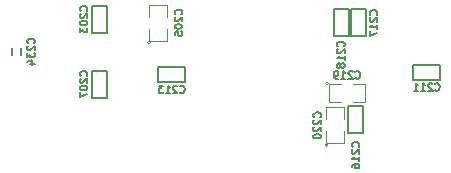
<source format=gbo>
G04 #@! TF.FileFunction,Legend,Bot*
%FSLAX46Y46*%
G04 Gerber Fmt 4.6, Leading zero omitted, Abs format (unit mm)*
G04 Created by KiCad (PCBNEW 4.0.7) date 12/26/17 18:21:05*
%MOMM*%
%LPD*%
G01*
G04 APERTURE LIST*
%ADD10C,0.100000*%
%ADD11C,0.127000*%
%ADD12C,0.099060*%
%ADD13C,0.150000*%
G04 APERTURE END LIST*
D10*
D11*
X109865000Y-91357000D02*
X109865000Y-93643000D01*
X109865000Y-93643000D02*
X111135000Y-93643000D01*
X111135000Y-93643000D02*
X111135000Y-91357000D01*
X111135000Y-91357000D02*
X109865000Y-91357000D01*
D12*
X114865000Y-94448500D02*
G75*
G03X114865000Y-94448500I-127000J0D01*
G01*
X114738000Y-93305500D02*
X114738000Y-94321500D01*
X114738000Y-94321500D02*
X116262000Y-94321500D01*
X116262000Y-94321500D02*
X116262000Y-93305500D01*
X116262000Y-92289500D02*
X116262000Y-91273500D01*
X116262000Y-91273500D02*
X114738000Y-91273500D01*
X114738000Y-91273500D02*
X114738000Y-92289500D01*
D11*
X109865000Y-96857000D02*
X109865000Y-99143000D01*
X109865000Y-99143000D02*
X111135000Y-99143000D01*
X111135000Y-99143000D02*
X111135000Y-96857000D01*
X111135000Y-96857000D02*
X109865000Y-96857000D01*
X137095000Y-97635000D02*
X139381000Y-97635000D01*
X139381000Y-97635000D02*
X139381000Y-96365000D01*
X139381000Y-96365000D02*
X137095000Y-96365000D01*
X137095000Y-96365000D02*
X137095000Y-97635000D01*
X115495000Y-97835000D02*
X117781000Y-97835000D01*
X117781000Y-97835000D02*
X117781000Y-96565000D01*
X117781000Y-96565000D02*
X115495000Y-96565000D01*
X115495000Y-96565000D02*
X115495000Y-97835000D01*
X131615000Y-99857000D02*
X131615000Y-102143000D01*
X131615000Y-102143000D02*
X132885000Y-102143000D01*
X132885000Y-102143000D02*
X132885000Y-99857000D01*
X132885000Y-99857000D02*
X131615000Y-99857000D01*
X133135000Y-93968876D02*
X133135000Y-91682876D01*
X133135000Y-91682876D02*
X131865000Y-91682876D01*
X131865000Y-91682876D02*
X131865000Y-93968876D01*
X131865000Y-93968876D02*
X133135000Y-93968876D01*
X131635000Y-93968876D02*
X131635000Y-91682876D01*
X131635000Y-91682876D02*
X130365000Y-91682876D01*
X130365000Y-91682876D02*
X130365000Y-93968876D01*
X130365000Y-93968876D02*
X131635000Y-93968876D01*
D12*
X129928500Y-97988000D02*
G75*
G03X129928500Y-97988000I-127000J0D01*
G01*
X130944500Y-97988000D02*
X129928500Y-97988000D01*
X129928500Y-97988000D02*
X129928500Y-99512000D01*
X129928500Y-99512000D02*
X130944500Y-99512000D01*
X131960500Y-99512000D02*
X132976500Y-99512000D01*
X132976500Y-99512000D02*
X132976500Y-97988000D01*
X132976500Y-97988000D02*
X131960500Y-97988000D01*
X129865000Y-103151000D02*
G75*
G03X129865000Y-103151000I-127000J0D01*
G01*
X129738000Y-102008000D02*
X129738000Y-103024000D01*
X129738000Y-103024000D02*
X131262000Y-103024000D01*
X131262000Y-103024000D02*
X131262000Y-102008000D01*
X131262000Y-100992000D02*
X131262000Y-99976000D01*
X131262000Y-99976000D02*
X129738000Y-99976000D01*
X129738000Y-99976000D02*
X129738000Y-100992000D01*
D13*
X103900000Y-95450000D02*
X103900000Y-95550000D01*
X103100000Y-95450000D02*
X103100000Y-95550000D01*
X103900000Y-94950000D02*
X103900000Y-95450000D01*
X103100000Y-94950000D02*
X103100000Y-95450000D01*
X109456786Y-91789405D02*
X109487024Y-91759167D01*
X109517262Y-91668452D01*
X109517262Y-91607976D01*
X109487024Y-91517262D01*
X109426548Y-91456786D01*
X109366071Y-91426547D01*
X109245119Y-91396309D01*
X109154405Y-91396309D01*
X109033452Y-91426547D01*
X108972976Y-91456786D01*
X108912500Y-91517262D01*
X108882262Y-91607976D01*
X108882262Y-91668452D01*
X108912500Y-91759167D01*
X108942738Y-91789405D01*
X108942738Y-92031309D02*
X108912500Y-92061547D01*
X108882262Y-92122024D01*
X108882262Y-92273214D01*
X108912500Y-92333690D01*
X108942738Y-92363928D01*
X109003214Y-92394167D01*
X109063690Y-92394167D01*
X109154405Y-92363928D01*
X109517262Y-92001071D01*
X109517262Y-92394167D01*
X108882262Y-92787262D02*
X108882262Y-92847738D01*
X108912500Y-92908214D01*
X108942738Y-92938452D01*
X109003214Y-92968690D01*
X109124167Y-92998929D01*
X109275357Y-92998929D01*
X109396310Y-92968690D01*
X109456786Y-92938452D01*
X109487024Y-92908214D01*
X109517262Y-92847738D01*
X109517262Y-92787262D01*
X109487024Y-92726786D01*
X109456786Y-92696548D01*
X109396310Y-92666309D01*
X109275357Y-92636071D01*
X109124167Y-92636071D01*
X109003214Y-92666309D01*
X108942738Y-92696548D01*
X108912500Y-92726786D01*
X108882262Y-92787262D01*
X108882262Y-93210595D02*
X108882262Y-93603691D01*
X109124167Y-93392024D01*
X109124167Y-93482738D01*
X109154405Y-93543214D01*
X109184643Y-93573452D01*
X109245119Y-93603691D01*
X109396310Y-93603691D01*
X109456786Y-93573452D01*
X109487024Y-93543214D01*
X109517262Y-93482738D01*
X109517262Y-93301310D01*
X109487024Y-93240833D01*
X109456786Y-93210595D01*
X117476786Y-92086905D02*
X117507024Y-92056667D01*
X117537262Y-91965952D01*
X117537262Y-91905476D01*
X117507024Y-91814762D01*
X117446548Y-91754286D01*
X117386071Y-91724047D01*
X117265119Y-91693809D01*
X117174405Y-91693809D01*
X117053452Y-91724047D01*
X116992976Y-91754286D01*
X116932500Y-91814762D01*
X116902262Y-91905476D01*
X116902262Y-91965952D01*
X116932500Y-92056667D01*
X116962738Y-92086905D01*
X116962738Y-92328809D02*
X116932500Y-92359047D01*
X116902262Y-92419524D01*
X116902262Y-92570714D01*
X116932500Y-92631190D01*
X116962738Y-92661428D01*
X117023214Y-92691667D01*
X117083690Y-92691667D01*
X117174405Y-92661428D01*
X117537262Y-92298571D01*
X117537262Y-92691667D01*
X116902262Y-93084762D02*
X116902262Y-93145238D01*
X116932500Y-93205714D01*
X116962738Y-93235952D01*
X117023214Y-93266190D01*
X117144167Y-93296429D01*
X117295357Y-93296429D01*
X117416310Y-93266190D01*
X117476786Y-93235952D01*
X117507024Y-93205714D01*
X117537262Y-93145238D01*
X117537262Y-93084762D01*
X117507024Y-93024286D01*
X117476786Y-92994048D01*
X117416310Y-92963809D01*
X117295357Y-92933571D01*
X117144167Y-92933571D01*
X117023214Y-92963809D01*
X116962738Y-92994048D01*
X116932500Y-93024286D01*
X116902262Y-93084762D01*
X116902262Y-93870952D02*
X116902262Y-93568571D01*
X117204643Y-93538333D01*
X117174405Y-93568571D01*
X117144167Y-93629048D01*
X117144167Y-93780238D01*
X117174405Y-93840714D01*
X117204643Y-93870952D01*
X117265119Y-93901191D01*
X117416310Y-93901191D01*
X117476786Y-93870952D01*
X117507024Y-93840714D01*
X117537262Y-93780238D01*
X117537262Y-93629048D01*
X117507024Y-93568571D01*
X117476786Y-93538333D01*
X109456786Y-97289405D02*
X109487024Y-97259167D01*
X109517262Y-97168452D01*
X109517262Y-97107976D01*
X109487024Y-97017262D01*
X109426548Y-96956786D01*
X109366071Y-96926547D01*
X109245119Y-96896309D01*
X109154405Y-96896309D01*
X109033452Y-96926547D01*
X108972976Y-96956786D01*
X108912500Y-97017262D01*
X108882262Y-97107976D01*
X108882262Y-97168452D01*
X108912500Y-97259167D01*
X108942738Y-97289405D01*
X108942738Y-97531309D02*
X108912500Y-97561547D01*
X108882262Y-97622024D01*
X108882262Y-97773214D01*
X108912500Y-97833690D01*
X108942738Y-97863928D01*
X109003214Y-97894167D01*
X109063690Y-97894167D01*
X109154405Y-97863928D01*
X109517262Y-97501071D01*
X109517262Y-97894167D01*
X108882262Y-98287262D02*
X108882262Y-98347738D01*
X108912500Y-98408214D01*
X108942738Y-98438452D01*
X109003214Y-98468690D01*
X109124167Y-98498929D01*
X109275357Y-98498929D01*
X109396310Y-98468690D01*
X109456786Y-98438452D01*
X109487024Y-98408214D01*
X109517262Y-98347738D01*
X109517262Y-98287262D01*
X109487024Y-98226786D01*
X109456786Y-98196548D01*
X109396310Y-98166309D01*
X109275357Y-98136071D01*
X109124167Y-98136071D01*
X109003214Y-98166309D01*
X108942738Y-98196548D01*
X108912500Y-98226786D01*
X108882262Y-98287262D01*
X108882262Y-98710595D02*
X108882262Y-99133929D01*
X109517262Y-98861786D01*
X138948595Y-98496786D02*
X138978833Y-98527024D01*
X139069548Y-98557262D01*
X139130024Y-98557262D01*
X139220738Y-98527024D01*
X139281214Y-98466548D01*
X139311453Y-98406071D01*
X139341691Y-98285119D01*
X139341691Y-98194405D01*
X139311453Y-98073452D01*
X139281214Y-98012976D01*
X139220738Y-97952500D01*
X139130024Y-97922262D01*
X139069548Y-97922262D01*
X138978833Y-97952500D01*
X138948595Y-97982738D01*
X138706691Y-97982738D02*
X138676453Y-97952500D01*
X138615976Y-97922262D01*
X138464786Y-97922262D01*
X138404310Y-97952500D01*
X138374072Y-97982738D01*
X138343833Y-98043214D01*
X138343833Y-98103690D01*
X138374072Y-98194405D01*
X138736929Y-98557262D01*
X138343833Y-98557262D01*
X137739071Y-98557262D02*
X138101929Y-98557262D01*
X137920500Y-98557262D02*
X137920500Y-97922262D01*
X137980976Y-98012976D01*
X138041452Y-98073452D01*
X138101929Y-98103690D01*
X137134309Y-98557262D02*
X137497167Y-98557262D01*
X137315738Y-98557262D02*
X137315738Y-97922262D01*
X137376214Y-98012976D01*
X137436690Y-98073452D01*
X137497167Y-98103690D01*
X117348595Y-98696786D02*
X117378833Y-98727024D01*
X117469548Y-98757262D01*
X117530024Y-98757262D01*
X117620738Y-98727024D01*
X117681214Y-98666548D01*
X117711453Y-98606071D01*
X117741691Y-98485119D01*
X117741691Y-98394405D01*
X117711453Y-98273452D01*
X117681214Y-98212976D01*
X117620738Y-98152500D01*
X117530024Y-98122262D01*
X117469548Y-98122262D01*
X117378833Y-98152500D01*
X117348595Y-98182738D01*
X117106691Y-98182738D02*
X117076453Y-98152500D01*
X117015976Y-98122262D01*
X116864786Y-98122262D01*
X116804310Y-98152500D01*
X116774072Y-98182738D01*
X116743833Y-98243214D01*
X116743833Y-98303690D01*
X116774072Y-98394405D01*
X117136929Y-98757262D01*
X116743833Y-98757262D01*
X116139071Y-98757262D02*
X116501929Y-98757262D01*
X116320500Y-98757262D02*
X116320500Y-98122262D01*
X116380976Y-98212976D01*
X116441452Y-98273452D01*
X116501929Y-98303690D01*
X115927405Y-98122262D02*
X115534309Y-98122262D01*
X115745976Y-98364167D01*
X115655262Y-98364167D01*
X115594786Y-98394405D01*
X115564548Y-98424643D01*
X115534309Y-98485119D01*
X115534309Y-98636310D01*
X115564548Y-98696786D01*
X115594786Y-98727024D01*
X115655262Y-98757262D01*
X115836690Y-98757262D01*
X115897167Y-98727024D01*
X115927405Y-98696786D01*
X132476786Y-103289405D02*
X132507024Y-103259167D01*
X132537262Y-103168452D01*
X132537262Y-103107976D01*
X132507024Y-103017262D01*
X132446548Y-102956786D01*
X132386071Y-102926547D01*
X132265119Y-102896309D01*
X132174405Y-102896309D01*
X132053452Y-102926547D01*
X131992976Y-102956786D01*
X131932500Y-103017262D01*
X131902262Y-103107976D01*
X131902262Y-103168452D01*
X131932500Y-103259167D01*
X131962738Y-103289405D01*
X131962738Y-103531309D02*
X131932500Y-103561547D01*
X131902262Y-103622024D01*
X131902262Y-103773214D01*
X131932500Y-103833690D01*
X131962738Y-103863928D01*
X132023214Y-103894167D01*
X132083690Y-103894167D01*
X132174405Y-103863928D01*
X132537262Y-103501071D01*
X132537262Y-103894167D01*
X132537262Y-104498929D02*
X132537262Y-104136071D01*
X132537262Y-104317500D02*
X131902262Y-104317500D01*
X131992976Y-104257024D01*
X132053452Y-104196548D01*
X132083690Y-104136071D01*
X131902262Y-105043214D02*
X131902262Y-104922262D01*
X131932500Y-104861786D01*
X131962738Y-104831548D01*
X132053452Y-104771071D01*
X132174405Y-104740833D01*
X132416310Y-104740833D01*
X132476786Y-104771071D01*
X132507024Y-104801310D01*
X132537262Y-104861786D01*
X132537262Y-104982738D01*
X132507024Y-105043214D01*
X132476786Y-105073452D01*
X132416310Y-105103691D01*
X132265119Y-105103691D01*
X132204643Y-105073452D01*
X132174405Y-105043214D01*
X132144167Y-104982738D01*
X132144167Y-104861786D01*
X132174405Y-104801310D01*
X132204643Y-104771071D01*
X132265119Y-104740833D01*
X133996786Y-92115281D02*
X134027024Y-92085043D01*
X134057262Y-91994328D01*
X134057262Y-91933852D01*
X134027024Y-91843138D01*
X133966548Y-91782662D01*
X133906071Y-91752423D01*
X133785119Y-91722185D01*
X133694405Y-91722185D01*
X133573452Y-91752423D01*
X133512976Y-91782662D01*
X133452500Y-91843138D01*
X133422262Y-91933852D01*
X133422262Y-91994328D01*
X133452500Y-92085043D01*
X133482738Y-92115281D01*
X133482738Y-92357185D02*
X133452500Y-92387423D01*
X133422262Y-92447900D01*
X133422262Y-92599090D01*
X133452500Y-92659566D01*
X133482738Y-92689804D01*
X133543214Y-92720043D01*
X133603690Y-92720043D01*
X133694405Y-92689804D01*
X134057262Y-92326947D01*
X134057262Y-92720043D01*
X134057262Y-93324805D02*
X134057262Y-92961947D01*
X134057262Y-93143376D02*
X133422262Y-93143376D01*
X133512976Y-93082900D01*
X133573452Y-93022424D01*
X133603690Y-92961947D01*
X133422262Y-93536471D02*
X133422262Y-93959805D01*
X134057262Y-93687662D01*
X131226786Y-94789405D02*
X131257024Y-94759167D01*
X131287262Y-94668452D01*
X131287262Y-94607976D01*
X131257024Y-94517262D01*
X131196548Y-94456786D01*
X131136071Y-94426547D01*
X131015119Y-94396309D01*
X130924405Y-94396309D01*
X130803452Y-94426547D01*
X130742976Y-94456786D01*
X130682500Y-94517262D01*
X130652262Y-94607976D01*
X130652262Y-94668452D01*
X130682500Y-94759167D01*
X130712738Y-94789405D01*
X130712738Y-95031309D02*
X130682500Y-95061547D01*
X130652262Y-95122024D01*
X130652262Y-95273214D01*
X130682500Y-95333690D01*
X130712738Y-95363928D01*
X130773214Y-95394167D01*
X130833690Y-95394167D01*
X130924405Y-95363928D01*
X131287262Y-95001071D01*
X131287262Y-95394167D01*
X131287262Y-95998929D02*
X131287262Y-95636071D01*
X131287262Y-95817500D02*
X130652262Y-95817500D01*
X130742976Y-95757024D01*
X130803452Y-95696548D01*
X130833690Y-95636071D01*
X130924405Y-96361786D02*
X130894167Y-96301310D01*
X130863929Y-96271071D01*
X130803452Y-96240833D01*
X130773214Y-96240833D01*
X130712738Y-96271071D01*
X130682500Y-96301310D01*
X130652262Y-96361786D01*
X130652262Y-96482738D01*
X130682500Y-96543214D01*
X130712738Y-96573452D01*
X130773214Y-96603691D01*
X130803452Y-96603691D01*
X130863929Y-96573452D01*
X130894167Y-96543214D01*
X130924405Y-96482738D01*
X130924405Y-96361786D01*
X130954643Y-96301310D01*
X130984881Y-96271071D01*
X131045357Y-96240833D01*
X131166310Y-96240833D01*
X131226786Y-96271071D01*
X131257024Y-96301310D01*
X131287262Y-96361786D01*
X131287262Y-96482738D01*
X131257024Y-96543214D01*
X131226786Y-96573452D01*
X131166310Y-96603691D01*
X131045357Y-96603691D01*
X130984881Y-96573452D01*
X130954643Y-96543214D01*
X130924405Y-96482738D01*
X132210595Y-97476786D02*
X132240833Y-97507024D01*
X132331548Y-97537262D01*
X132392024Y-97537262D01*
X132482738Y-97507024D01*
X132543214Y-97446548D01*
X132573453Y-97386071D01*
X132603691Y-97265119D01*
X132603691Y-97174405D01*
X132573453Y-97053452D01*
X132543214Y-96992976D01*
X132482738Y-96932500D01*
X132392024Y-96902262D01*
X132331548Y-96902262D01*
X132240833Y-96932500D01*
X132210595Y-96962738D01*
X131968691Y-96962738D02*
X131938453Y-96932500D01*
X131877976Y-96902262D01*
X131726786Y-96902262D01*
X131666310Y-96932500D01*
X131636072Y-96962738D01*
X131605833Y-97023214D01*
X131605833Y-97083690D01*
X131636072Y-97174405D01*
X131998929Y-97537262D01*
X131605833Y-97537262D01*
X131001071Y-97537262D02*
X131363929Y-97537262D01*
X131182500Y-97537262D02*
X131182500Y-96902262D01*
X131242976Y-96992976D01*
X131303452Y-97053452D01*
X131363929Y-97083690D01*
X130698690Y-97537262D02*
X130577738Y-97537262D01*
X130517262Y-97507024D01*
X130487024Y-97476786D01*
X130426548Y-97386071D01*
X130396309Y-97265119D01*
X130396309Y-97023214D01*
X130426548Y-96962738D01*
X130456786Y-96932500D01*
X130517262Y-96902262D01*
X130638214Y-96902262D01*
X130698690Y-96932500D01*
X130728929Y-96962738D01*
X130759167Y-97023214D01*
X130759167Y-97174405D01*
X130728929Y-97234881D01*
X130698690Y-97265119D01*
X130638214Y-97295357D01*
X130517262Y-97295357D01*
X130456786Y-97265119D01*
X130426548Y-97234881D01*
X130396309Y-97174405D01*
X129226786Y-100789405D02*
X129257024Y-100759167D01*
X129287262Y-100668452D01*
X129287262Y-100607976D01*
X129257024Y-100517262D01*
X129196548Y-100456786D01*
X129136071Y-100426547D01*
X129015119Y-100396309D01*
X128924405Y-100396309D01*
X128803452Y-100426547D01*
X128742976Y-100456786D01*
X128682500Y-100517262D01*
X128652262Y-100607976D01*
X128652262Y-100668452D01*
X128682500Y-100759167D01*
X128712738Y-100789405D01*
X128712738Y-101031309D02*
X128682500Y-101061547D01*
X128652262Y-101122024D01*
X128652262Y-101273214D01*
X128682500Y-101333690D01*
X128712738Y-101363928D01*
X128773214Y-101394167D01*
X128833690Y-101394167D01*
X128924405Y-101363928D01*
X129287262Y-101001071D01*
X129287262Y-101394167D01*
X128712738Y-101636071D02*
X128682500Y-101666309D01*
X128652262Y-101726786D01*
X128652262Y-101877976D01*
X128682500Y-101938452D01*
X128712738Y-101968690D01*
X128773214Y-101998929D01*
X128833690Y-101998929D01*
X128924405Y-101968690D01*
X129287262Y-101605833D01*
X129287262Y-101998929D01*
X128652262Y-102392024D02*
X128652262Y-102452500D01*
X128682500Y-102512976D01*
X128712738Y-102543214D01*
X128773214Y-102573452D01*
X128894167Y-102603691D01*
X129045357Y-102603691D01*
X129166310Y-102573452D01*
X129226786Y-102543214D01*
X129257024Y-102512976D01*
X129287262Y-102452500D01*
X129287262Y-102392024D01*
X129257024Y-102331548D01*
X129226786Y-102301310D01*
X129166310Y-102271071D01*
X129045357Y-102240833D01*
X128894167Y-102240833D01*
X128773214Y-102271071D01*
X128712738Y-102301310D01*
X128682500Y-102331548D01*
X128652262Y-102392024D01*
X104996786Y-94539405D02*
X105027024Y-94509167D01*
X105057262Y-94418452D01*
X105057262Y-94357976D01*
X105027024Y-94267262D01*
X104966548Y-94206786D01*
X104906071Y-94176547D01*
X104785119Y-94146309D01*
X104694405Y-94146309D01*
X104573452Y-94176547D01*
X104512976Y-94206786D01*
X104452500Y-94267262D01*
X104422262Y-94357976D01*
X104422262Y-94418452D01*
X104452500Y-94509167D01*
X104482738Y-94539405D01*
X104482738Y-94781309D02*
X104452500Y-94811547D01*
X104422262Y-94872024D01*
X104422262Y-95023214D01*
X104452500Y-95083690D01*
X104482738Y-95113928D01*
X104543214Y-95144167D01*
X104603690Y-95144167D01*
X104694405Y-95113928D01*
X105057262Y-94751071D01*
X105057262Y-95144167D01*
X104422262Y-95355833D02*
X104422262Y-95748929D01*
X104664167Y-95537262D01*
X104664167Y-95627976D01*
X104694405Y-95688452D01*
X104724643Y-95718690D01*
X104785119Y-95748929D01*
X104936310Y-95748929D01*
X104996786Y-95718690D01*
X105027024Y-95688452D01*
X105057262Y-95627976D01*
X105057262Y-95446548D01*
X105027024Y-95386071D01*
X104996786Y-95355833D01*
X104633929Y-96293214D02*
X105057262Y-96293214D01*
X104392024Y-96142024D02*
X104845595Y-95990833D01*
X104845595Y-96383929D01*
M02*

</source>
